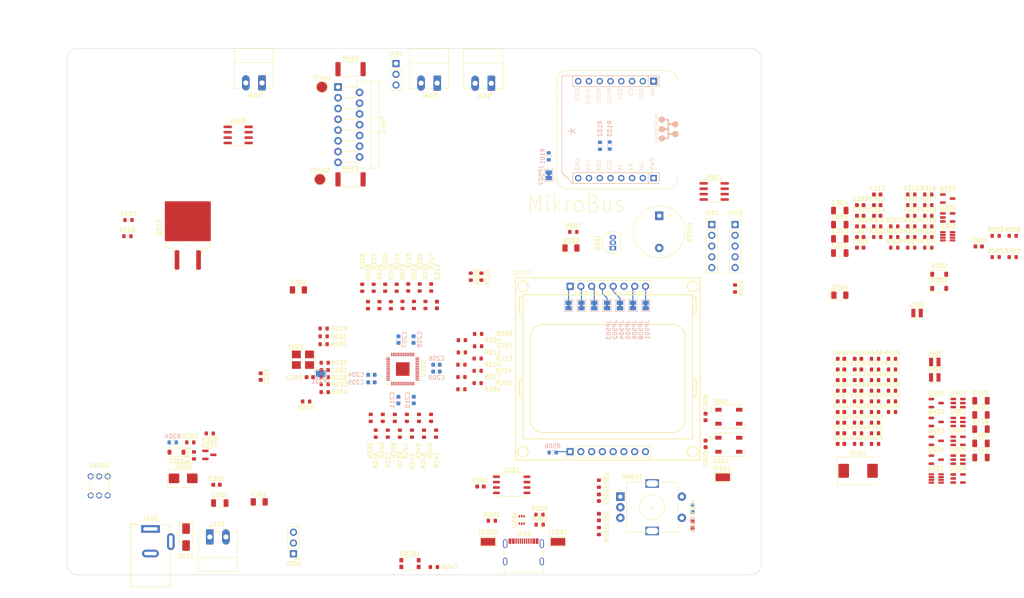
<source format=kicad_pcb>
(kicad_pcb (version 20221018) (generator pcbnew)
  (layers (0 "F.Cu" signal) (31 "B.Cu" signal) (34 "B.Paste" user) (35 "F.Paste" user) (36 "B.SilkS" user "B.Silkscreen") (37 "F.SilkS" user "F.Silkscreen") (38 "B.Mask" user) (39 "F.Mask" user) (44 "Edge.Cuts" user))
  (net 0 "")
  (net 1 "Net-(BZ501--)")
  (net 2 "Net-(BZ501-+)")
  (net 3 "+3V3")
  (net 4 "GNDREF")
  (net 5 "Net-(C202-Pad1)")
  (net 6 "Net-(U202-XIN)")
  (net 7 "Net-(C203-Pad1)")
  (net 8 "Net-(C203-Pad2)")
  (net 9 "+1V2")
  (net 10 "/main_contorl/~{RESET}")
  (net 11 "/PWR_IN")
  (net 12 "GNDPWR")
  (net 13 "+VDC")
  (net 14 "Net-(U302-VCC)")
  (net 15 "Net-(C306-Pad1)")
  (net 16 "Net-(U302-SW)")
  (net 17 "Net-(D302-K)")
  (net 18 "Net-(C308-Pad1)")
  (net 19 "/OutputPower/EN_MP2315S")
  (net 20 "Net-(U401-VCC)")
  (net 21 "Net-(C405-Pad1)")
  (net 22 "Net-(U401-SW)")
  (net 23 "Net-(C406-Pad1)")
  (net 24 "/OutputPower/PWR_OUT")
  (net 25 "/OutputPower/Load_Forward")
  (net 26 "/OutputPower/BuckBoostOutput")
  (net 27 "+5V")
  (net 28 "/RP_ENC_B")
  (net 29 "/RP_ENC_A")
  (net 30 "/RP_ENC_SW")
  (net 31 "Net-(D101-A)")
  (net 32 "Net-(D301-K)")
  (net 33 "Net-(D302-A)")
  (net 34 "Net-(D304-A)")
  (net 35 "Net-(D401-A)")
  (net 36 "Net-(D501-DOUT)")
  (net 37 "/main_contorl/LET_CTRL")
  (net 38 "Net-(D502-DOUT)")
  (net 39 "/Buzzer_PWM")
  (net 40 "Net-(D503-A)")
  (net 41 "Net-(DS501-VCC-Pad1a)")
  (net 42 "/peripheral/DS_~{Reset}")
  (net 43 "/peripheral/DS_ChipEnable")
  (net 44 "/peripheral/DS_Data{slash}Command")
  (net 45 "/peripheral/DS_Serial_Data")
  (net 46 "/peripheral/DS_Clock")
  (net 47 "/peripheral/DS_Backlight")
  (net 48 "VBUS")
  (net 49 "Net-(J201-CC1)")
  (net 50 "/main_contorl/USB_P")
  (net 51 "/main_contorl/USB_N")
  (net 52 "Net-(J201-SBU1)")
  (net 53 "Net-(J201-CC2)")
  (net 54 "Net-(J201-SBU2)")
  (net 55 "Net-(J201-SHIELD)")
  (net 56 "/main_contorl/SWCLK")
  (net 57 "/main_contorl/SWDIO")
  (net 58 "Net-(J401-Pin_1)")
  (net 59 "Net-(J401-Pin_2)")
  (net 60 "Net-(J401-Pin_3)")
  (net 61 "/OutputPower/H_Bridge_Out1")
  (net 62 "/OutputPower/H_Bridge_Out2")
  (net 63 "/OutputPower/H_Bridge_Out3")
  (net 64 "/OutputPower/H_Bridge_Out4")
  (net 65 "Net-(J501-Pin_1)")
  (net 66 "/peripheral/485B")
  (net 67 "/peripheral/485A")
  (net 69 "Net-(JP201-B)")
  (net 70 "/RP_DS_CHIPENABLE")
  (net 71 "/RP_DS_RESET")
  (net 72 "/RP_DS_DATACMD")
  (net 73 "/RP_DS_MOSI")
  (net 74 "/RP_DS_CLK")
  (net 75 "/peripheral/Mikro_GND")
  (net 76 "/peripheral/M_GND")
  (net 77 "Net-(Q301-B)")
  (net 78 "Net-(Q301-C)")
  (net 79 "Net-(Q302-D)")
  (net 80 "Net-(Q302-G)")
  (net 81 "Net-(Q302-S)")
  (net 82 "Net-(Q401-S)")
  (net 83 "/OutputPower/Load_Reverse")
  (net 84 "Net-(Q501-B)")
  (net 85 "/Mk_SDA")
  (net 86 "/Mk_SCL")
  (net 87 "/OutputPower/Buck_EN{slash}Boost_~{EN}")
  (net 88 "/BUCK{slash}~{BOOST}")
  (net 89 "/OutputPower/Load_direction")
  (net 90 "/Forward{slash}~{Reverse}")
  (net 91 "/PM_SCL")
  (net 92 "/PM_SDA")
  (net 93 "/main_contorl/QSPI_NSS")
  (net 94 "/main_contorl/~{USB}_P")
  (net 95 "/main_contorl/~{USB}_N")
  (net 96 "Net-(U202-XOUT)")
  (net 97 "Net-(U202-QSPI_SS)")
  (net 98 "Net-(U202-QSPI_SD0)")
  (net 99 "/main_contorl/QSPI_SD0")
  (net 100 "Net-(U202-QSPI_SD1)")
  (net 101 "/main_contorl/QSPI_SD1")
  (net 102 "Net-(U202-QSPI_SD2)")
  (net 103 "/main_contorl/QSPI_SD2")
  (net 104 "Net-(U202-QSPI_SD3)")
  (net 105 "/main_contorl/QSPI_SD3")
  (net 106 "Net-(U202-QSPI_SCLK)")
  (net 107 "/main_contorl/QSPI_SCLK")
  (net 108 "Net-(U202-VREG_VOUT)")
  (net 109 "Net-(U202-GPIO0)")
  (net 110 "/UARTrx_RS485in")
  (net 111 "Net-(U202-GPIO1)")
  (net 112 "/UARTtx_RS485out")
  (net 113 "Net-(U202-GPIO2)")
  (net 114 "Net-(U202-GPIO3)")
  (net 115 "Net-(U202-GPIO4)")
  (net 116 "Net-(U202-GPIO5)")
  (net 117 "Net-(U202-GPIO6)")
  (net 118 "Net-(U202-GPIO7)")
  (net 119 "Net-(U202-GPIO8)")
  (net 120 "/Mk_Tx")
  (net 121 "Net-(U202-GPIO9)")
  (net 122 "/Mk_Rx")
  (net 123 "Net-(U202-GPIO10)")
  (net 124 "/Mk_SDK")
  (net 125 "Net-(U202-GPIO11)")
  (net 126 "/Mk_SDI")
  (net 127 "Net-(U202-GPIO12)")
  (net 128 "/Mk_SDO")
  (net 129 "Net-(U202-GPIO13)")
  (net 130 "/Mk_CS")
  (net 131 "Net-(U202-GPIO14)")
  (net 132 "Net-(U202-GPIO15)")
  (net 133 "Net-(U202-GPIO16)")
  (net 134 "Net-(U202-GPIO17)")
  (net 135 "/Mk_RST")
  (net 136 "Net-(U202-GPIO18)")
  (net 137 "/Mk_PWM")
  (net 138 "Net-(U202-GPIO19)")
  (net 139 "/Mk_INT")
  (net 140 "Net-(U202-GPIO20)")
  (net 141 "Net-(U202-GPIO21)")
  (net 142 "Net-(U202-GPIO22)")
  (net 143 "/main_contorl/RS485_W{slash}~{R}")
  (net 144 "Net-(U202-GPIO23)")
  (net 145 "Net-(U202-GPIO24)")
  (net 146 "Net-(U202-GPIO25)")
  (net 147 "Net-(U202-GPIO26_ADC0)")
  (net 148 "/PWR_Monitor")
  (net 149 "Net-(U202-GPIO27_ADC1)")
  (net 150 "/Mk_ADC")
  (net 151 "Net-(U202-GPIO28_ADC2)")
  (net 152 "Net-(U202-GPIO29_ADC3)")
  (net 153 "Net-(U301-+)")
  (net 154 "Net-(SW301A-A)")
  (net 155 "Net-(SW301A-C)")
  (net 156 "Net-(U302-AAM)")
  (net 157 "Net-(U302-EN)")
  (net 158 "Net-(U302-BST)")
  (net 159 "Net-(U302-FB)")
  (net 160 "Net-(U402-A0)")
  (net 161 "Net-(U401-AAM)")
  (net 162 "/OutputPower/EN_MT3608")
  (net 163 "Net-(U401-BST)")
  (net 164 "Net-(U401-FB)")
  (net 165 "Net-(U403-FB)")
  (net 166 "/OutputPower/Boost_FB")
  (net 167 "/OutputPower/Buck_FB")
  (net 168 "Net-(U405-A0)")
  (net 169 "Net-(U406-A1)")
  (net 170 "Net-(U406-A0)")
  (net 171 "Net-(U407-SENSE_B)")
  (net 172 "Net-(U407-SENSE_A)")
  (net 173 "Net-(U402-VOUT)")
  (net 175 "Net-(U405-VOUT)")
  (net 177 "/main_contorl/USB+")
  (net 178 "/main_contorl/USB-")
  (footprint "Resistor_SMD:R_0603_1608Metric" (layer "F.Cu") (at 103.6828 122.5804 180)
    (fp_text reference "R215")
    (fp_text value "1K/DNP")
  )
  (footprint "Resistor_SMD:R_0603_1608Metric" (layer "F.Cu") (at 140.399 108.104155)
    (fp_text reference "R204")
    (fp_text value "10K/5%")
  )
  (footprint "micro-PowerModule_Library:Nokia_5110_module" (layer "F.Cu") (at 174.8028 114.9096)
    (fp_text reference "DS501")
    (fp_text value "NOKIA 5110")
  )
  (footprint "Package_TO_SOT_SMD:SOT-23-3" (layer "F.Cu") (at 252.2626 127.4068)
    (fp_text reference "Q402")
    (fp_text value "RK7002BM")
  )
  (footprint "Package_TO_SOT_SMD:SOT-23" (layer "F.Cu") (at 80.8505 135.1788)
    (fp_text reference "Q301")
    (fp_text value "MMBT3906")
  )
  (footprint "Resistor_SMD:R_0603_1608Metric" (layer "F.Cu") (at 242.3666 86.269439)
    (fp_text reference "R309")
    (fp_text value "0R/5%")
  )
  (footprint "Capacitor_SMD:C_0603_1608Metric" (layer "F.Cu") (at 233.8186 117.5288)
    (fp_text reference "C417")
    (fp_text value "100nF/50V")
  )
  (footprint "Resistor_SMD:R_0603_1608Metric" (layer "F.Cu") (at 107.7976 109.0676 180)
    (fp_text reference "R230")
    (fp_text value "10R/5%")
  )
  (footprint "Resistor_SMD:R_0603_1608Metric" (layer "F.Cu") (at 119.609393 95.7326 -90)
    (fp_text reference "R227")
    (fp_text value "10R/5%")
  )
  (footprint "Resistor_SMD:R_0603_1608Metric" (layer "F.Cu") (at 242.3666 83.759439)
    (fp_text reference "R308")
    (fp_text value "100R/5%")
  )
  (footprint "Resistor_SMD:R_0603_1608Metric" (layer "F.Cu") (at 266.2826 88.4968)
    (fp_text reference "R505")
    (fp_text value "DNP")
  )
  (footprint "Connector_Phoenix_MC:PhoenixContact_MC_1,5_2-G-3.81_1x02_P3.81mm_Horizontal" (layer "F.Cu") (at 80.954 154.5475)
    (fp_text reference "J101")
    (fp_text value "Screw_Terminal_01x02")
  )
  (footprint "Resistor_SMD:R_0603_1608Metric" (layer "F.Cu") (at 237.8286 127.5688)
    (fp_text reference "R412")
    (fp_text value "62K/5%")
  )
  (footprint "MountingHole:MountingHole_3.2mm_M3_ISO7380" (layer "F.Cu") (at 55 45.5)
    (fp_text reference "REF1" hide)
    (fp_text value "MountingHole_3.2mm_M3_ISO7380")
  )
  (footprint "Package_TO_SOT_THT:TO-220-15_P2.54x2.54mm_StaggerOdd_Lead4.58mm_Vertical" (layer "F.Cu") (at 111.2012 48.3616 -90)
    (fp_text reference "U407")
    (fp_text value "L298N")
  )
  (footprint "Resistor_SMD:R_0603_1608Metric" (layer "F.Cu") (at 250.3866 86.269439)
    (fp_text reference "R321")
    (fp_text value "1K/5%")
  )
  (footprint "LED_SMD:LED_WS2812B_PLCC4_5.0x5.0mm_P3.2mm" (layer "F.Cu") (at 203.3524 126.1712)
    (fp_text reference "D501")
    (fp_text value "WS2812B")
  )
  (footprint "Resistor_SMD:R_0603_1608Metric" (layer "F.Cu") (at 122.320121 95.7326 -90)
    (fp_text reference "R225")
    (fp_text value "10R/5%")
  )
  (footprint "MountingHole:MountingHole_3.2mm_M3_ISO7380" (layer "F.Cu") (at 55 155)
    (fp_text reference "REF1" hide)
    (fp_text value "MountingHole_3.2mm_M3_ISO7380")
  )
  (footprint "Resistor_SMD:R_0603_1608Metric" (layer "F.Cu") (at 158.687 149.3012)
    (fp_text reference "R203")
    (fp_text value "5.1K/5%")
  )
  (footprint "Button_Switch_SMD:SW_Push_1P1T_NO_CK_KMR2" (layer "F.Cu") (at 128.1684 160.8328)
    (fp_text reference "SW201")
    (fp_text value "KMR2")
  )
  (footprint "TestPoint:TestPoint_Keystone_5015_Micro-Minature" (layer "F.Cu") (at 163.068 155.702)
    (fp_text reference "TP201")
    (fp_text value "TestPoint_Small")
  )
  (footprint "Resistor_SMD:R_0603_1608Metric" (layer "F.Cu") (at 241.8386 122.5488)
    (fp_text reference "R419")
    (fp_text value "1K/5%")
  )
  (footprint "Package_TO_SOT_SMD:SOT-23-5" (layer "F.Cu") (at 257.4126 140.7568)
    (fp_text reference "U408")
    (fp_text value "OPA376xxDBV")
  )
  (footprint "Capacitor_SMD:C_1206_3216Metric" (layer "F.Cu") (at 229.5166 84.189439)
    (fp_text reference "C310")
    (fp_text value "22uF/50V")
  )
  (footprint "Capacitor_SMD:C_0603_1608Metric" (layer "F.Cu") (at 229.8086 125.0588)
    (fp_text reference "C411")
    (fp_text value "100nF/50V")
  )
  (footprint "Resistor_SMD:R_0603_1608Metric" (layer "F.Cu") (at 233.8186 127.5688)
    (fp_text reference "R403")
    (fp_text value "1K/5%")
  )
  (footprint "Resistor_SMD:R_0603_1608Metric" (layer "F.Cu") (at 204.8256 95.9104 -90)
    (fp_text reference "R509")
    (fp_text value "0R/5%")
  )
  (footprint "Package_TO_SOT_SMD:SOT-23-3" (layer "F.Cu") (at 252.2626 131.8568)
    (fp_text reference "Q403")
    (fp_text value "RU1C002ZP")
  )
  (footprint "TestPoint:TestPoint_Keystone_5015_Micro-Minature" (layer "F.Cu") (at 146.558 155.702)
    (fp_text reference "TP202")
    (fp_text value "TestPoint_Small")
  )
  (footprint "Resistor_SMD:R_0603_1608Metric" (layer "F.Cu") (at 246.3766 78.739439)
    (fp_text reference "R312")
    (fp_text value "499K/5%")
  )
  (footprint "Resistor_SMD:R_0603_1608Metric" (layer "F.Cu") (at 266.2826 83.4768)
    (fp_text reference "R503")
    (fp_text value "120R/5%")
  )
  (footprint "Capacitor_SMD:C_0603_1608Metric" (layer "F.Cu") (at 229.8086 130.0788)
    (fp_text reference "C413")
    (fp_text value "100nF/50V")
  )
  (footprint "Capacitor_SMD:C_0603_1608Metric" (layer "F.Cu") (at 104.5464 116.84)
    (fp_text reference "C203")
    (fp_text value "15pF/50V")
  )
  (footprint "Diode_SMD:D_SOD-123" (layer "F.Cu") (at 73.1012 134.5438 180)
    (fp_text reference "D301")
    (fp_text value "Zener_24V/500mW")
  )
  (footprint "Capacitor_SMD:C_0603_1608Metric" (layer "F.Cu") (at 229.8086 122.5488)
    (fp_text reference "C407")
    (fp_text value "10pF/50V")
  )
  (footprint "MountingHole:MountingHole_3.2mm_M3_ISO7380" (layer "F.Cu") (at 95 155)
    (fp_text reference "REF1" hide)
    (fp_text value "MountingHole_3.2mm_M3_ISO7380")
  )
  (footprint "Resistor_SMD:R_2512_6332Metric" (layer "F.Cu") (at 114.1476 44.1452)
    (fp_text reference "R422")
    (fp_text value "0.5R/5%")
  )
  (footprint "Resistor_SMD:R_0603_1608Metric" (layer "F.Cu") (at 237.8286 112.5088)
    (fp_text reference "R406")
    (fp_text value "47R/5%")
  )
  (footprint "Resistor_SMD:R_0603_1608Metric" (layer "F.Cu") (at 142.5061 93.119 -90)
    (fp_text reference "R105")
    (fp_text value "22R/5%")
  )
  (footprint "Resistor_SMD:R_0603_1608Metric" (layer "F.Cu") (at 61.531 83.566)
    (fp_text reference "R106")
    (fp_text value "10K/5%")
  )
  (footprint "Capacitor_SMD:C_0603_1608Metric" (layer "F.Cu") (at 92.964 116.7 -90)
    (fp_text reference "C213")
    (fp_text value "10pF/50V")
  )
  (footprint "Package_DFN_QFN:QFN-56-1EP_7x7mm_P0.4mm_EP3.2x3.2mm" (layer "F.Cu") (at 126.454 114.9224 -90)
    (fp_text reference "U202")
    (fp_text value "RP2040")
  )
  (footprint "Capacitor_SMD:C_0603_1608Metric" (layer "F.Cu") (at 229.8086 127.5688)
    (fp_text reference "C412")
    (fp_text value "100nF/50V")
  )
  (footprint "Resistor_SMD:R_0603_1608Metric" (layer "F.Cu") (at 140.399 111.003265)
    (fp_text reference "R212")
    (fp_text value "10R/5%")
  )
  (footprint "Fuse:Fuse_1206_3216Metric" (layer "F.Cu") (at 101.854 96.2406)
    (fp_text reference "F302")
    (fp_text value "60V/100mA")
  )
  (footprint "Capacitor_SMD:C_0603_1608Metric" (layer "F.Cu") (at 234.3466 78.739439)
    (fp_text reference "C305")
    (fp_text value "100nF/50V")
  )
  (footprint "Resistor_SMD:R_0603_1608Metric" (layer "F.Cu") (at 242.3666 81.249439)
    (fp_text reference "R307")
    (fp_text value "10K/5%")
  )
  (footprint "Resistor_SMD:R_0603_1608Metric" (layer "F.Cu") (at 77.216 135.3058 90)
    (fp_text reference "R303")
    (fp_text value "10K/5%")
  )
  (footprint "Resistor_SMD:R_0603_1608Metric" (layer "F.Cu") (at 118.254029 99.8474 -90)
    (fp_text reference "R218")
    (fp_text value "10R/5%")
  )
  (footprint "Resistor_SMD:R_0603_1608Metric" (layer "F.Cu") (at 107.7976 107.2134 180)
    (fp_text reference "R231")
    (fp_text value "10R/5%")
  )
  (footprint "Resistor_SMD:R_0603_1608Metric" (layer "F.Cu") (at 107.7976 105.3592 180)
    (fp_text reference "R229")
    (fp_text value "10R/5%")
  )
  (footprint "Diode_SMD:D_SOD-123" (layer "F.Cu") (at 252.9616 95.899439)
    (fp_text reference "D303")
    (fp_text value "Zener_20V/500mW")
  )
  (footprint "Resistor_SMD:R_0603_1608Metric" (layer "F.Cu") (at 144.2253 106.64056)
    (fp_text reference "R209")
    (fp_text value "10R/5%")
  )
  (footprint "Resistor_SMD:R_0603_1608Metric" (layer "F.Cu") (at 131.807669 99.7966 90)
    (fp_text reference "R205")
    (fp_text value "10K/5%")
  )
  (footprint "Resistor_SMD:R_0603_1608Metric" (layer "F.Cu") (at 118.904326 126.4412 -90)
    (fp_text reference "R235")
    (fp_text value "10R/5%")
  )
  (footprint "Package_TO_SOT_SMD:SOT-23-3" (layer "F.Cu") (at 252.2626 122.9568)
    (fp_text reference "Q401")
    (fp_text value "RU1C002ZP")
  )
  (footprint "Capacitor_SMD:C_1206_3216Metric" (layer "F.Cu") (at 262.8126 122.4068)
    (fp_text reference "C401")
    (fp_text value "22uF/50V")
  )
  (footprint "Capacitor_SMD:C_1206_3216Metric" (layer "F.Cu") (at 229.5166 87.539439)
    (fp_text reference "C311")
    (fp_text value "47u/50V")
  )
  (footprint "Resistor_SMD:R_0603_1608Metric" (layer "F.Cu") (at 133.128326 126.4412 -90)
    (fp_text reference "R245")
    (fp_text value "10R/5%")
  )
  (footprint "Resistor_SMD:R_0603_1608Metric" (layer "F.Cu") (at 147.4602 150.7236)
    (fp_text reference "R201")
    (fp_text value "0R/5%")
  )
  (footprint "Package_TO_SOT_SMD:SOT-23-5" (layer "F.Cu") (at 257.4126 131.8568)
    (fp_text reference "U404")
    (fp_text value "OPA376xxDBV")
  )
  (footprint "MountingHole:MountingHole_3.2mm_M3_ISO7380" (layer "F.Cu") (at 205 45.25)
    (fp_text reference "REF1" hide)
    (fp_text value "MountingHole_3.2mm_M3_ISO7380")
  )
  (footprint "Diode_SMD:D_SMA" (layer "F.Cu") (at 75.3618 154.5778 -90)
    (fp_text reference "D101")
    (fp_text value "SS54")
  )
  (footprint "Resistor_SMD:R_0603_1608Metric" (layer "F.Cu") (at 233.8186 132.5888)
    (fp_text reference "R405")
    (fp_text value "9K1/5%")
  )
  (footprint "Capacitor_SMD:C_1206_3216Metric" (layer "F.Cu") (at 262.8126 135.8068)
    (fp_text reference "C410")
    (fp_text value "22uF/50V")
  )
  (footprint "Resistor_SMD:R_0603_1608Metric" (layer "F.Cu") (at 158.75 151.638)
    (fp_text reference "R202")
    (fp_text value "5.1K/5%")
  )
  (footprint "Resistor_SMD:R_0603_1608Metric" (layer "F.Cu") (at 134.3152 130.175 -90)
    (fp_text reference "R241")
    (fp_text value "10R/5%")
  )
  (footprint "Resistor_SMD:R_0603_1608Metric" (layer "F.Cu") (at 144.1196 118.237 180)
    (fp_text reference "R216")
    (fp_text value "0R/5%")
  )
  (footprint "Resistor_SMD:R_0603_1608Metric" (layer "F.Cu") (at 133.8072 161.6456 180)
    (fp_text reference "R247")
    (fp_text value "1K/DNP")
  )
  (footprint "Resistor_SMD:R_0603_1608Metric" (layer "F.Cu") (at 133.163033 95.6818 -90)
    (fp_text reference "R217")
    (fp_text value "10R/5%")
  )
  (footprint "Resistor_SMD:R_0603_1608Metric" (layer "F.Cu") (at 120.964757 99.8474 -90)
    (fp_text reference "R226")
    (fp_text value "10R/5%")
  )
  (footprint "Inductor_SMD_Wurth:L_Wurth_WE-LQSH-2512" (layer "F.Cu") (at 247.7466 101.694439)
    (fp_text reference "L301")
    (fp_text value "4.7uH")
  )
  (footprint "Capacitor_SMD:C_0603_1608Metric" (layer "F.Cu") (at 229.8086 120.0388)
    (fp_text reference "C406")
    (fp_text value "33pF/50V")
  )
  (footprint "Capacitor_SMD:C_1206_3216Metric" (layer "F.Cu") (at 83.312 146.558)
    (fp_text reference "C301")
    (fp_text value "47u/50V")
  )
  (footprint "Resistor_SMD:R_0603_1608Metric" (layer "F.Cu") (at 140.2933 119.700595)
    (fp_text reference "R206")
    (fp_text value "27R/5%")
  )
  (footprint "Connector_Phoenix_MC:PhoenixContact_MC_1,5_2-G-3.81_1x02_P3.81mm_Horizontal" (layer "F.Cu") (at 93.2646 47.3825 180)
    (fp_text reference "J404")
    (fp_text value "Screw_Terminal_01x02")
  )
  (footprint "Capacitor_SMD:C_0603_1608Metric" (layer "F.Cu") (at 234.3466 83.759439)
    (fp_text reference "C307")
    (fp_text value "10n/50V")
  )
  (footprint "Capacitor_SMD:C_1206_3216Metric" (layer "F.Cu") (at 262.8126 132.4568)
    (fp_text reference "C409")
    (fp_text value "22uF/50V")
  )
  (footprint "Resistor_SMD:R_0603_1608Metric" (layer "F.Cu") (at 246.3766 83.759439)
    (fp_text reference "R314")
    (fp_text value "1K/5%")
  )
  (footprint "Connector_BarrelJack:BarrelJack_Wuerth_6941xx301002" (layer "F.Cu") (at 66.964 152.654)
    (fp_text reference "J102")
    (fp_text value "Jack-DC")
  )
  (footprint "Resistor_SMD:R_0603_1608Metric" (layer "F.Cu") (at 241.8386 125.0588)
    (fp_text reference "R420")
    (fp_text value "1K/5%")
  )
  (footprint "Fuse:Fuse_1206_3216Metric" (layer "F.Cu") (at 92.6084 146.2786)
    (fp_text reference "F301")
    (fp_text value "60V/100mA ")
  )
  (footprint "Resistor_SMD:R_0603_1608Metric" (layer "F.Cu") (at 108.0516 113.4364 180)
    (fp_text reference "R232")
    (fp_text value "10R/5%")
  )
  (footprint "Resistor_SMD:R_0603_1608Metric" (layer "F.Cu") (at 250.3866 83.759439)
    (fp_text reference "R320")
    (fp_text value "40.2K/5%")
  )
  (footprint "Package_TO_SOT_SMD:SOT-666" (layer "F.Cu") (at 154.5041 150.534 90)
    (fp_text reference "U204")
    (fp_text value "USBLC6-2P6")
  )
  (footprint "Resistor_SMD:R_0603_1608Metric" (layer "F.Cu") (at 80.9498 130.1242 180)
    (fp_text reference "R306")
    (fp_text value "10K/5%")
  )
  (footprint "Resistor_SMD:R_0603_1608Metric" (layer "F.Cu") (at 241.8386 112.5088)
    (fp_text reference "R415")
    (fp_text value "1K/5%")
  )
  (footprint "Package_TO_SOT_SMD:TO-263-2" (layer "F.Cu") (at 75.7682 81.5294 90)
    (fp_text reference "Q303")
    (fp_text value "IRF5305S")
  )
  (footprint "Resistor_SMD:R_0603_1608Metric" (layer "F.Cu") (at 238.3566 81.249439)
    (fp_text reference "R301")
    (fp_text value "22K/5%")
  )
  (footprint "Capacitor_SMD:C_1206_3216Metric" (layer "F.Cu") (at 229.5166 77.489439)
    (fp_text reference "C304")
    (fp_text value "22uF/50V")
  )
  (footprint "Resistor_SMD:R_0603_1608Metric" (layer "F.Cu") (at 129.096941 99.7966 -90)
    (fp_text reference "R222")
    (fp_text value "10R/5%")
  )
  (footprint "Diode_SMD:D_SMC" (layer "F.Cu") (at 233.836 138.938)
    (fp_text reference "D401")
    (fp_text value "SS34")
  )
  (footprint "Capacitor_SMD:C_0603_1608Metric" (layer "F.Cu") (at 234.3466 81.249439)
    (fp_text reference "C306")
    (fp_text value "100nF/50V")
  )
  (footprint "Package_TO_SOT_SMD:SOT-23-6" (layer "F.Cu") (at 257.4126 127.4068)
    (fp_text reference "U403")
    (fp_text value "MT3608")
  )
  (footprint "Capacitor_SMD:C_0603_1608Metric" (layer "F.Cu") (at 233.8186 120.0388)
    (fp_text reference "C418")
    (fp_text value "100nF/50V")
  )
  (footprint "Package_TO_SOT_SMD:SOT-23-6" (layer "F.Cu") (at 257.4126 136.3068)
    (fp_text reference "U405")
    (fp_text value "MCP4725xxx-xCH")
  )
  (footprint "Package_TO_SOT_SMD:SOT-23-3" (layer "F.Cu") (at 252.2626 136.3068)
    (fp_text reference "Q404")
    (fp_text value "RK7002BM")
  )
  (footprint "Connector_Phoenix_MC:PhoenixContact_MC_1,5_2-G-3.81_1x02_P3.81mm_Horizontal" (layer "F.Cu") (at 147.3412 47.4841 180)
    (fp_text reference "J402")
    (fp_text value "Screw_Terminal_01x02")
  )
  (footprint "Resistor_SMD:R_0603_1608Metric" (layer "F.Cu") (at 237.8286 115.0188)
    (fp_text reference "R407")
    (fp_text value "10R/5%")
  )
  (footprint "Connector_PinSocket_2.54mm:PinSocket_1x05_P2.54mm_Vertical" (layer "F.Cu") (at 204.8256 80.8228)
    (fp_text reference "J503")
    (fp_text value "HDR-2.54 Female 1x5")
  )
  (footprint "Capacitor_SMD:C_0603_1608Metric" (layer "F.Cu") (at 234.3466 76.229439)
    (fp_text reference "C303")
    (fp_text value "100nF/50V")
  )
  (footprint "TestPoint:TestPoint_Keystone_5015_Micro-Minature" (layer "F.Cu") (at 201.93 140.462)
    (fp_text reference "TP501")
    (fp_text value "TestPoint_Small")
  )
  (footprint "Resistor_SMD:R_0603_1608Metric" (layer "F.Cu") (at 108.0516 118.5164 180)
    (fp_text reference "R233")
    (fp_text value "10R/5%")
  )
  (footprint "Capacitor_SMD:C_0603_1608Metric" (layer "F.Cu") (at 238.3566 78.739439)
    (fp_text reference "C314")
    (fp_text value "100nF/50V")
  )
  (footprint "Inductor_SMD_Wurth:L_Wurth_WE-LQSH-2512" (layer "F.Cu") (at 251.9208 113.2508)
    (fp_text reference "L401")
    (fp_text value "22uH")
  )
  (footprint "Resistor_SMD:R_0603_1608Metric" (layer "F.Cu") (at 237.8286 132.5888)
    (fp_text reference "R414")
    (fp_text value "22K/5%")
  )
  (footprint "Capacitor_SMD:C_0603_1608Metric" (layer "F.Cu") (at 134.518397 99.7966 -90)
    (fp_text reference "C212")
    (fp_text value "100nF/50V")
  )
  (footprint "Resistor_SMD:R_0603_1608Metric" (layer "F.Cu") (at 125.030849 95.7326 -90)
    (fp_text reference "R224")
    (fp_text value "10R/5%")
  )
  (footprint "Resistor_SMD:R_0603_1608Metric" (layer "F.Cu") (at 145.0161 93.119 -90)
    (fp_text reference "R104")
    (fp_text value "22R/5%")
  )
  (footprint "Resistor_SMD:R_0603_1608Metric" (layer "F.Cu") (at 238.3566 83.759439)
    (fp_text reference "R302")
    (fp_text value "3.3K/5%")
  )
  (footprint "Capacitor_SMD:C_0603_1608Metric" (layer "F.Cu") (at 229.8086 132.5888)
    (fp_text reference "C414")
    (fp_text value "100nF/50V")
  )
  (footprint "Resistor_SMD:R_0603_1608Metric" (layer "F.Cu") (at 237.8286 125.0588)
    (fp_text reference "R411")
    (fp_text value "0R/5%")
  )
  (footprint "LED_SMD:LED_1206_3216Metric" (layer "F.Cu") (at 166.116 86.36)
    (fp_text reference "D503")
    (fp_text value "LED_Blue")
  )
  (footprint "Resistor_SMD:R_0603_1608Metric" (layer "F.Cu") (at 126.386213 99.787 -90)
    (fp_text reference "R223")
    (fp_text value "10R/5%")
  )
  (footprint "Resistor_SMD:R_0603_1608Metric" (layer "F.Cu") (at 130.283526 126.4412 -90)
    (fp_text reference "R240")
    (fp_text value "10R/5%")
  )
  (footprint "Resistor_SMD:R_0603_1608Metric" (layer "F.Cu") (at 120.0912 130.175 -90)
    (fp_text reference "R236")
    (fp_text value "10R/5%")
  )
  (footprint "Resistor_SMD:R_0603_1608Metric" (layer "F.Cu") (at 127.438726 126.4412 90)
    (fp_text reference "R244")
    (fp_text value "10R/5%")
  )
  (footprint "Resistor_SMD:R_0603_1608Metric" (layer "F.Cu") (at 237.8286 130.0788)
    (fp_text reference "R413")
    (fp_text value "20.5K/5%")
  )
  (footprint "Capacitor_SMD:C_0603_1608Metric" (layer "F.Cu") (at 172.72 149.86 90)
    (fp_text reference "C501")
    (fp_text value "100nF/50V")
  )
  (footprint "Package_SO:SOIC-8_3.9x4.9mm_P1.27mm" (layer "F.Cu") (at 199.898 72.9996)
    (fp_text reference "U501")
    (fp_text value "MAX485E")
  )
  (footprint "Resistor_SMD:R_2512_6332Metric" (layer "F.Cu") (at 114.1476 70.1548)
    (fp_text reference "R421")
    (fp_text value "0.5R/5%")
  )
  (footprint "Capacitor_SMD:C_0603_1608Metric" (layer "F.Cu") (at 197.866 132.588 -90)
    (fp_text reference "C505")
    (fp_text value "100nF/50V")
  )
  (footprint "Rotary_Encoder:RotaryEncoder_Alps_EC11E-Switch_Vertical_H20mm" (layer "F.Cu") (at 177.778 145.034)
    (fp_text reference "SW501")
    (fp_text value "RotaryEncoder_Switch")
  )
  (footprint "Resistor_SMD:R_0603_1608Metric" (layer "F.Cu") (at 108.0516 116.84 180)
    (fp_text reference "R208")
    (fp_text value "1K/5%")
  )
  (footprint "Capacitor_SMD:C_0603_1608Metric" (layer "F.Cu") (at 197.866 126.238 -90)
    (fp_text reference "C506")
    (fp_text value "100nF/50V")
  )
  (footprint "Resistor_SMD:R_0603_1608Metric" (layer "F.Cu") (at 166.687 82.55)
    (fp_text reference "R507")
    (fp_text value "1K/5%")
  )
  (footprint "Resistor_SMD:R_0603_1608Metric" (layer "F.Cu") (at 124.593926 126.4412 -90)
    (fp_text reference "R238")
    (fp_text value "10R/5%")
  )
  (footprint "Resistor_SMD:R_0603_1608Metric" (layer "F.Cu") (at 270.2926 88.4968)
    (fp_text reference "R510")
    (fp_text value "0R/5%")
  )
  (footprint "Resistor_SMD:R_0603_1608Metric" (layer "F.Cu") (at 121.749126 126.4412 90)
    (fp_text reference "R242")
    (fp_text value "10R/5%")
  )
  (footprint "Resistor_SMD:R_0603_1608Metric" (layer "F.Cu") (at 140.2933 113.902375)
    (fp_text reference "R210")
    (fp_text value "10R/5%")
  )
  (footprint "Resistor_SMD:R_0603_1608Metric" (layer "F.Cu") (at 144.2253 109.53967)
    (fp_text reference "R211")
    (fp_text value "10R/5%")
  )
  (footprint "Resistor_SMD:R_0603_1608Metric" (layer "F.Cu") (at 270.2926 83.4768)
    (fp_text reference "R508")
    (fp_text value "1K/5%")
  )
  (footprint "Resistor_SMD:R_0603_1608Metric" (layer "F.Cu") (at 237.8286 117.5288)
    (fp_text reference "R408")
    (fp_text value "100K/5%")
  )
  (footprint "Inductor_SMD_Wurth:L_Wurth_WE-LQSH-2512" (layer "F.Cu") (at 251.9208 116.8908)
    (fp_text reference "L402")
    (fp_text value "4.7uH")
  )
  (footprint "Capacitor_SMD:C_0603_1608Metric" (layer "F.Cu") (at 82.55 142.24)
    (fp_text reference "C302")
    (fp_text value "100n/50V")
  )
  (footprint "Connector_USB:USB_C_Receptacle_G-Switch_GT-USB-7010ASV" (layer "F.Cu") (at 154.94 159.258)
    (fp_text reference "J201")
    (fp_text value "USB_C_Receptacle_USB2.0")
  )
  (footprint "Resistor_SMD:R_0603_1608Metric" (layer "F.Cu") (at 246.3766 76.229439)
    (fp_text reference "R311")
    (fp_text value "7.5K/5%")
  )
  (footprint "Resistor_SMD:R_0603_1608Metric" (layer "F.Cu") (at 250.3866 76.229439)
    (fp_text reference "R317")
    (fp_text value "33K/5%")
  )
  (footprint "Resistor_SMD:R_0603_1608Metric" (layer "F.Cu") (at 233.8186 122.5488)
    (fp_text reference "R401")
    (fp_text value "0R/5%")
  )
  (footprint "MountingHole:MountingHole_3.2mm_M3_ISO7380" (layer "F.Cu") (at 205.25 157.3)
    (fp_text reference "REF1" hide)
    (fp_text value "MountingHole_3.2mm_M3_ISO7380")
  )
  (footprint "Resistor_SMD:R_0603_1608Metric" (layer "F.Cu") (at 237.8286 120.0388)
    (fp_text reference "R409")
    (fp_text value "2.2K/5%")
  )
  (footprint "Package_TO_SOT_SMD:SOT-23-5" (layer "F.Cu") (at 254.9666 79.139439)
    (fp_text reference "U301")
    (fp_text value "OPA376xxDBV")
  )
  (footprint "LED_SMD:LED_1206_3216Metric" (layer "F.Cu") (at 229.5366 97.489439)
    (fp_text reference "D304")
    (fp_text value "LED_Green")
  )
  (footprint "Resistor_SMD:R_0603_1608Metric" (layer "F.Cu") (at 76.3524 132.2324)
    (fp_text reference "R305")
    (fp_text value "10K/5%")
  )
  (footprint "Package_TO_SOT_SMD:SOT-23-6" (layer "F.Cu") (at 257.4126 122.9568)
    (fp_text reference "U402")
    (fp_text value "MCP4725xxx-xCH")
  )
  (footprint "Connector_PinHeader_2.54mm:PinHeader_1x05_P2.54mm_Vertical" (layer "F.Cu") (at 199.3392 80.8228)
    (fp_text reference "J501")
    (fp_text value "HDR-2.54 Male 1x5")
  )
  (footprint "Package_SO:SOIC-8_5.23x5.23mm_P1.27mm" (layer "F.Cu") (at 152.146 142.24)
    (fp_text reference "U201")
    (fp_text value "W25Q128JVS")
  )
  (footprint "Resistor_SMD:R_0603_1608Metric" (layer "F.Cu") (at 241.8386 120.0388)
    (fp_text reference "R418")
    (fp_text value "0R/5%")
  )
  (footprint "Resistor_SMD:R_0603_1608Metric" (layer "F.Cu") (at 122.936 130.175 -90)
    (fp_text reference "R237")
    (fp_text value "10R/5%")
  )
  (footprint "Resistor_SMD:R_0603_1608Metric" (layer "F.Cu") (at 241.8386 115.0188)
    (fp_text reference "R416")
    (fp_text value "0.1R/1%")
  )
  (footprint "Capacitor_SMD:C_1206_3216Metric" (layer "F.Cu") (at 262.8126 125.7568)
    (fp_text reference "C403")
    (fp_text value "22uF/50V")
  )
  (footprint "Capacitor_SMD:C_0603_1608Metric" (layer "F.Cu") (at 238.3566 76.229439)
    (fp_text reference "C313")
    (fp_text value "100nF/50V")
  )
  (footprint "Resistor_SMD:R_0603_1608Metric" (layer "F.Cu") (at 116.898665 95.7326 -90)
    (fp_text reference "R228")
    (fp_text value "10R/5%")
  )
  (footprint "LED_SMD:LED_WS2812B_PLCC4_5.0x5.0mm_P3.2mm" (layer "F.Cu") (at 203.3524 132.7912)
    (fp_text reference "D502")
    (fp_text value "WS2812B")
  )
  (footprint "Capacitor_SMD:C_0603_1608Metric" (layer "F.Cu") (at 172.72 145.288 -90)
    (fp_text reference "C502")
    (fp_text value "100nF/50V")
  )
  (footprint "Capacitor_SMD:C_0603_1608Metric" (layer "F.Cu") (at 108.0516 115.1636)
    (fp_text reference "C202")
    (fp_text value "15pF/50V")
  )
  (footprint "Package_TO_SOT_THT:TO-92_Inline" (layer "F.Cu") (at 176.022 86.36 90)
    (fp_text reference "Q501")
    (fp_text value "S8550")
  )
  (footprint "Capacitor_SMD:C_0603_1608Metric" (layer "F.Cu") (at 229.8086 115.0188)
    (fp_text reference "C404")
    (fp_text value "100nF/50V")
  )
  (footprint "Capacitor_SMD:C_1206_3216Metric" (layer "F.Cu") (at 229.5166 80.839439)
    (fp_text reference "C309")
    (fp_text value "22uF/50V")
  )
  (footprint "Capacitor_SMD:C_0603_1608Metric" (layer "F.Cu") (at 233.8186 115.0188)
    (fp_text reference "C416")
    (fp_text value "100nF/50V")
  )
  (footprint "Connector_PinHeader_2.54mm:PinHeader_1x03_P2.54mm_Vertical" (layer "F.Cu") (at 124.8664 42.814)
    (fp_text reference "J401")
    (fp_text value "Conn_01x03")
  )
  (footprint "Capacitor_SMD:C_0603_1608Metric" (layer "F.Cu") (at 229.8086 117.5288)
    (fp_text reference "C405")
    (fp_text value "100nF/50V")
  )
  (footprint "Connector_PinHeader_2.54mm:PinHeader_1x03_P2.54mm_Vertical" (layer "F.Cu") (at 100.6856 158.5214 180)
    (fp_text reference "J202")
    (fp_text value "Debug")
  )
  (footprint "Resistor_SMD:R_0603_1608Metric" (layer "F.Cu") (at 144.1196 115.33789)
    (fp_text reference "R214")
    (fp_text value "10R/5%")
  )
  (footprint "Resistor_SMD:R_0603_1608Metric" (layer "F.Cu") (at 194.818 151.638 90)
    (fp_text reference "R504")
    (fp_text value "10K/5%")
  )
  (footprint "TestPoint:TestPoint_Pad_D2.5mm" (layer "F.Cu") (at 106.934 70.1548)
    (fp_text reference "TP402")
    (fp_text value "TestPoint")
  )
  (footprint "Capacitor_SMD:C_0603_1608Metric" (layer "F.Cu") (at 234.3466 86.269439)
    (fp_text reference "C308")
    (fp_text value "33pF/50V")
  )
  (footprint "Resistor_SMD:R_0603_1608Metric" (layer "F.Cu") (at 131.4704 130.175 90)
    (fp_text reference "R246")
    (fp_text value "10R/5%")
  )
  (footprint "Resistor_SMD:R_0603_1608Metric" (layer "F.Cu") (at 250.3866 73.719439)
    (fp_text reference "R316")
    (fp_text value "10R/5%")
  )
  (footprint "Capacitor_SMD:C_1206_3216Metric" (layer "F.Cu") (at 262.8126 129.1068)
    (fp_text reference "C408")
    (fp_text value "22uF/50V")
  )
  (footprint "Resistor_SMD:R_0603_1608Metric" (layer "F.Cu") (at 172.72 141.986 -90)
    (fp_text reference "R502")
    (fp_text value "10K/5%")
  )
  (footprint "Resistor_SMD:R_0603_1608Metric" (layer "F.Cu") (at 172.72 153.162 90)
    (fp_text reference "R501")
    (fp_text value "10K/5%")
  )
  (footprint "Resistor_SMD:R_0603_1608Metric" (layer "F.Cu") (at 233.8186 125.0588)
    (fp_text reference "R402")
    (fp_text value "22K/5%")
  )
  (footprint "micro-PowerModule_Library:MIKROBUS_CONN" (layer "F.Cu") (at 185.6105 46.99 -90)
    (fp_text reference "J502" hide)
    (fp_text value "MikroBus")
  )
  (footprint "Capacitor_SMD:C_0603_1608Metric" (layer "F.Cu") (at 233.8186 112.5088)
    (fp_text reference "C415")
    (fp_text value "100nF/50V")
  )
  (footprint "Buzzer_Beeper:Buzzer_12x9.5RM7.6" (layer "F.Cu") (at 186.944 78.75 -90)
    (fp_text reference "BZ501")
    (fp_text value "Buzzer")
  )
  (footprint "Resistor_SMD:R_0603_1608Metric" (layer "F.Cu") (at 130.452305 95.6818 -90)
    (fp_text reference "R220")
    (fp_text value "10R/5%")
  )
  (footprint "Resistor_SMD:R_0603_1608Metric" (layer "F.Cu") (at 128.6256 130.175 90)
    (fp_text reference "R243")
    (fp_text value "10R/5%")
  )
  (footprint "Capacitor_SMD:C_0603_1608Metric" (layer "F.Cu") (at 144.793 142.6464)
    (fp_text reference "C201")
    (fp_text value "100nF/50V")
  )
  (footprint "Capacitor_SMD:C_0603_1608Metric" (layer "F.Cu") (at 262.2726 85.9868)
    (fp_text reference "C503")
    (fp_text value "100nF/50V")
  )
  (footprint "Resistor_SMD:R_0603_1608Metric" (layer "F.Cu") (at 237.8286 122.5488)
    (fp_text reference "R410")
    (fp_text value "2.2K/5%")
  )
  (footprint "Resistor_SMD:R_0603_1608Metric" (layer "F.Cu") (at 61.785 79.756)
    (fp_text reference "R107")
    (fp_text value "10K/5%")
  )
  (footprint "Diode_SMD:D_SMB" (layer "F.Cu") (at 74.676 140.716)
    (fp_text reference "D305")
    (fp_text value "TPSMB36CA")
  )
  (footprint "Resistor_SMD:R_0603_1608Metric" (layer "F.Cu") (at 246.3766 81.249439)
    (fp_text reference "R313")
    (fp_text value "100K/5%")
  )
  (footprint "Resistor_SMD:R_0603_1608Metric" (layer "F.Cu") (at 127.741577 95.6722 -90)
    (fp_text reference "R221")
    (fp_text value "10R/5%")
  )
  (footprint "Resistor_SMD:R_0603_1608Metric" (layer "F.Cu") (at 233.8186 130.0788)
    (fp_text reference "R404")
    (fp_text value "100K/5%")
  )
  (footprint "Capacitor_SMD:C_0603_1608Metric" (layer "F.Cu") (at 229.8086 112.5088)
    (fp_text reference "C402")
    (fp_text value "10pF/50V")
  )
  (footprint "Resistor_SMD:R_0603_1608Metric" (layer "F.Cu") (at 108.0516 120.3706 180)
    (fp_text reference "R234")
    (fp_text value "10R/5%")
  )
  (footprint "Package_TO_SOT_SMD:TSOT-23-8" (layer "F.Cu") (at 252.2626 140.7568)
    (fp_text reference "U401")
    (fp_text value "MP2315S")
  )
  (footprint "Resistor_SMD:R_0603_1608Metric" (layer "F.Cu") (at 144.1196 112.43878)
    (fp_text reference "R213")
    (fp_text value "10R/5%")
  )
  (footprint "Resistor_SMD:R_0603_1608Metric" (layer "F.Cu") (at 246.3766 73.719439)
    (fp_text reference "R310")
    (fp_text value "100K/5%")
  )
  (footprint "Resistor_SMD:R_0603_1608Metric" (layer "F.Cu") (at 246.3766 86.269439)
    (fp_text reference "R315")
    (fp_text value "100K/5%")
  )
  (footprint "Package_TO_SOT_SMD:SOT-23-3" (layer "F.Cu") (at 254.9666 74.689439)
    (fp_text reference "Q302")
    (fp_text value "RK7002BM")
  )
  (footprint "micro-PowerModule_Library:SW_DIP_5176_SPDT" (layer "F.Cu") (at 54.862195 142.502381)
    (fp_text reference "SW301")
    (fp_text value "SW_DPDT_x2")
  )
  (footprint "Diode_SMD:D_SOD-123" (layer "F.Cu") (at 252.9616 92.549439)
    (fp_text reference "D302")
    (fp_text value "DNP")
  )
  (footprint "Crystal:Crystal_SMD_SeikoEpson_FA238V-4Pin_3.2x2.5mm_HandSoldering" (layer "F.Cu") (at 102.9208 112.7252 180)
    (fp_text reference "Y201")
    (fp_text value "12MHz")
  )
  (footprint "Resistor_SMD:R_0603_1608Metric" (layer "F.Cu") (at 250.3866 81.249439)
    (fp_text reference "R319")
    (fp_text value "12.7K/5%")
  )
  (footprint "Resistor_SMD:R_0603_1608Metric" (layer "F.Cu") (at 241.8386 117.5288)
    (fp_text reference "R417")
    (fp_text value "0R/5%")
  )
  (footprint "Capacitor_SMD:C_0603_1608Metric" (layer "F.Cu") (at 238.3566 73.719439)
    (fp_text reference "C312")
    (fp_text value "100n/50V")
  )
  (footprint "Resistor_SMD:R_0603_1608Metric" (layer "F.Cu") (at 125.7808 130.175 90)
    (fp_text reference "R239")
    (fp_text value "10R/5%")
  )
  (footprint "Package_SO:SOIC-8_3.9x4.9mm_P1.27mm" (layer "F.Cu") (at 87.6442 59.6646)
    (fp_text reference "U406")
    (fp_text value "INA219BxD")
  )
  (footprint "Resistor_SMD:R_0603_1608Metric" (layer "F.Cu") (at 250.3866 78.739439)
    (fp_text reference "R318")
    (fp_text value "0R/5%")
  )
  (footprint "Package_TO_SOT_SMD:TSOT-23-8" (layer "F.Cu") (at 254.9666 83.589439)
    (fp_text reference "U302")
    (fp_text value "MP2315S")
  )
  (footprint "TestPoint:TestPoint_Pad_D2.5mm" (layer "F.Cu") (at 107.3912 48.3616)
    (fp_text reference "TP401")
    (fp_text value "TestPoint")
  )
  (footprint "Connector_Phoenix_MC:PhoenixContact_MC_1,5_2-G-3.81_1x02_P3.81mm_Horizontal" (layer "F.Cu") (at 134.5904 47.4333 180)
    (fp_text reference "J403")
    (fp_text value "Screw_Terminal_01x02")
  )
  (footprint "Resistor_SMD:R_0603_1608Metric" (layer "F.Cu") (at 123.675485 99.8474 -90)
    (fp_text reference "R219")
    (fp_text value "10R/5%")
  )
  (footprint "Resistor_SMD:R_0603_1608Metric" (layer "F.Cu") (at 140.2933 116.801485)
    (fp_text reference "R207")
    (fp_text value "27R/5%")
  )
  (footprint "Capacitor_SMD:C_0603_1608Metric" (layer "B.Cu") (at 119.0752 116.2858 180)
    (fp_text reference "C204")
    (fp_text value "100nF/50V")
  )
  (footprint "Resistor_SMD:R_0603_1608Metric" (layer "B.Cu") (at 172.974 62.23 -90)
    (fp_text reference "R102")
    (fp_text value "10K/5%")
  )
  (footprint "Jumper:SolderJumper-2_P1.3mm_Bridged_Pad1.0x1.5mm" (layer "B.Cu") (at 160.8836 69.1896 -90)
    (fp_text reference "JP507")
    (fp_text value "SolderJumper_2_Bridged")
  )
  (footprint "Jumper:SolderJumper-2_P1.3mm_Bridged_Pad1.0x1.5mm" (layer "B.Cu") (at 174.650398 99.9236 90)
    (fp_text reference "JP505")
    (fp_text value "SolderJumper_2_Bridged")
  )
  (footprint "Jumper:SolderJumper-2_P1.3mm_Bridged_Pad1.0x1.5mm" (layer "B.Cu") (at 165.5572 99.9236 90)
    (fp_text reference "JP503")
    (fp_text value "SolderJumper_2_Bridged")
  )
  (footprint "Capacitor_SMD:C_0603_1608Metric" (layer "B.Cu") (at 134.4168 113.8936)
    (fp_text reference "C206")
    (fp_text value "100nF/50V")
  )
  (footprint "Resistor_SMD:R_0603_1608Metric" (layer "B.Cu") (at 161.798 134.62)
    (fp_text reference "R506")
    (fp_text value "0R/5%")
  )
  (footprint "Jumper:SolderJumper-2_P1.3mm_Bridged_Pad1.0x1.5mm" (layer "B.Cu") (at 168.588266 99.9236 90)
    (fp_text reference "JP502")
    (fp_text value "SolderJumper_2_Bridged")
  )
  (footprint "Capacitor_SMD:C_0603_1608Metric" (layer "B.Cu") (at 125.4506 107.9754 90)
    (fp_text reference "C207")
    (fp_text value "100nF/50V")
  )
  (footprint "Jumper:SolderJumper-2_P1.3mm_Bridged_Pad1.0x1.5mm" (layer "B.Cu") (at 177.681464 99.9236 90)
    (fp_text reference "JP506")
    (fp_text value "SolderJumper_2_Bridged")
  )
  (footprint "Resistor_SMD:R_0603_1608Metric" (layer "B.Cu") (at 72.2122 132.2324 180)
    (fp_text reference "R304")
    (fp_text value "10K/5%")
  )
  (footprint "Resistor_SMD:R_0603_1608Metric" (layer "B.Cu") (at 175.26 62.167 -90)
    (fp_text reference "R103")
    (fp_text value "10K/5%")
  )
  (footprint "Jumper:SolderJumper-2_P1.3mm_Bridged_Pad1.0x1.5mm" (layer "B.Cu") (at 180.71253 99.9236 -90)
    (fp_text reference "JP508")
    (fp_text value "SolderJumper_2_Bridged")
  )
  (footprint "Jumper:SolderJumper-2_P1.3mm_Bridged_Pad1.0x1.5mm" (layer "B.Cu") (at 171.619332 99.9236 90)
    (fp_text reference "JP504")
    (fp_text value "SolderJumper_2_Bridged")
  )
  (footprint "Resistor_SMD:R_0603_1608Metric" (layer "B.Cu") (at 160.8836 64.7192 -90)
    (fp_text reference "R101")
    (fp_text value "0R/5%")
  )
  (footprint "Jumper:SolderJumper-2_P1.3mm_Bridged_Pad1.0x1.5mm" (layer "B.Cu") (at 107.1372 116.0272)
    (fp_text reference "JP201")
    (fp_text value "SolderJumper_2_Bridged")
  )
  (footprint "Capacitor_SMD:C_0603_1608Metric" (layer "B.Cu") (at 134.4168 115.5192)
    (fp_text reference "C209")
    (fp_text value "100nF/50V")
  )
  (footprint "Capacitor_SMD:C_0603_1608Metric" (layer "B.Cu") (at 129.0066 107.9754 90)
    (fp_text reference "C208")
    (fp_text value "100nF/50V")
  )
  (footprint "Capacitor_SMD:C_0603_1608Metric" (layer "B.Cu") (at 125.4252 122.2502 -90)
    (fp_text reference "C211")
    (fp_text value "100nF/50V")
  )
  (footprint "Capacitor_SMD:C_0603_1608Metric" (layer "B.Cu") (at 119.0752 118.0592 180)
    (fp_text reference "C205")
    (fp_text value "100nF/50V")
  )
  (footprint "Jumper:SolderJumper-2_P1.3mm_Bridged_Pad1.0x1.5mm" (layer "B.Cu") (at 183.7436 99.9236 -90)
    (fp_text reference "JP501")
    (fp_text value "SolderJumper_2_Bridged")
  )
  (footprint "Capacitor_SMD:C_0603_1608Metric" (layer "B.Cu") (at 194.818 147.828 90)
    (fp_text reference "C504")
    (fp_text value "10nF/50V")
  )
  (footprint "Capacitor_SMD:C_0603_1608Metric" (layer "B.Cu") (at 129.0574 122.2372 -90)
    (fp_text reference "C210")
    (fp_text value "100nF/50V")
  )
  (gr_line (start 208.5 163.5) (end 49.8 163.5) (stroke (width 0.1)) (layer "Edge.Cuts"))
  (gr_line (start 47.3 161) (end 47.3 41.75) (stroke (width 0.1)) (layer "Edge.Cuts"))
  (gr_arc (start 47.3 41.75) (mid 48.032233 39.982233) (end 49.8 39.25) (stroke (width 0.1)) (layer "Edge.Cuts"))
  (gr_line (start 49.8 39.25) (end 208.5 39.25) (stroke (width 0.1)) (layer "Edge.Cuts"))
  (gr_arc (start 49.8 163.5) (mid 48.032233 162.767767) (end 47.3 161) (stroke (width 0.1)) (layer "Edge.Cuts"))
  (gr_line (start 211 41.75) (end 211 161) (stroke (width 0.1)) (layer "Edge.Cuts"))
  (gr_arc (start 208.5 39.25) (mid 210.267767 39.982233) (end 211 41.75) (stroke (width 0.1)) (layer "Edge.Cuts"))
  (gr_arc (start 211 161) (mid 210.267767 162.767767) (end 208.5 163.5) (stroke (width 0.1)) (layer "Edge.Cuts"))
  (segment (start 183.7436 99.2736) (end 183.7436 95.4278) (width 0.25) (layer "B.Cu") (net 4))
  (segment (start 183.7436 95.4278) (end 183.709 95.3932) (width 0.25) (layer "B.Cu") (net 4))
  (segment (start 162.8262 134.4168) (end 165.9128 134.4168) (width 0.25) (layer "B.Cu") (net 41))
  (segment (start 162.623 134.62) (end 162.8262 134.4168) (width 0.25) (layer "B.Cu") (net 41))
  (segment (start 165.5572 99.2736) (end 165.5572 95.765) (width 0.25) (layer "B.Cu") (net 42))
  (segment (start 165.5572 95.765) (end 165.929 95.3932) (width 0.25) (layer "B.Cu") (net 42))
  (segment (start 168.588266 95.512466) (end 168.469 95.3932) (width 0.25) (layer "B.Cu") (net 43))
  (segment (start 168.588266 99.2736) (end 168.588266 95.512466) (width 0.25) (layer "B.Cu") (net 43))
  (segment (start 171.619332 96.003532) (end 171.009 95.3932) (width 0.25) (layer "B.Cu") (net 44))
  (segment (start 171.619332 99.2736) (end 171.619332 96.003532) (width 0.25) (layer "B.Cu") (net 44))
  (segment (start 174.650398 98.196398) (end 173.549 97.095) (width 0.25) (layer "B.Cu") (net 45))
  (segment (start 174.650398 99.2736) (end 174.650398 98.196398) (width 0.25) (layer "B.Cu") (net 45))
  (segment (start 173.549 97.095) (end 173.549 95.3932) (width 0.25) (layer "B.Cu") (net 45))
  (segment (start 176.089 96.587) (end 176.089 95.3932) (width 0.25) (layer "B.Cu") (net 46))
  (segment (start 177.681464 99.2736) (end 177.681464 98.179464) (width 0.25) (layer "B.Cu") (net 46))
  (segment (start 177.681464 98.179464) (end 176.089 96.587) (width 0.25) (layer "B.Cu") (net 46))
  (segment (start 180.71253 95.84967) (end 181.169 95.3932) (width 0.25) (layer "B.Cu") (net 47))
  (segment (start 180.71253 99.2736) (end 180.71253 95.84967) (width 0.25) (layer "B.Cu") (net 47))
)
</source>
